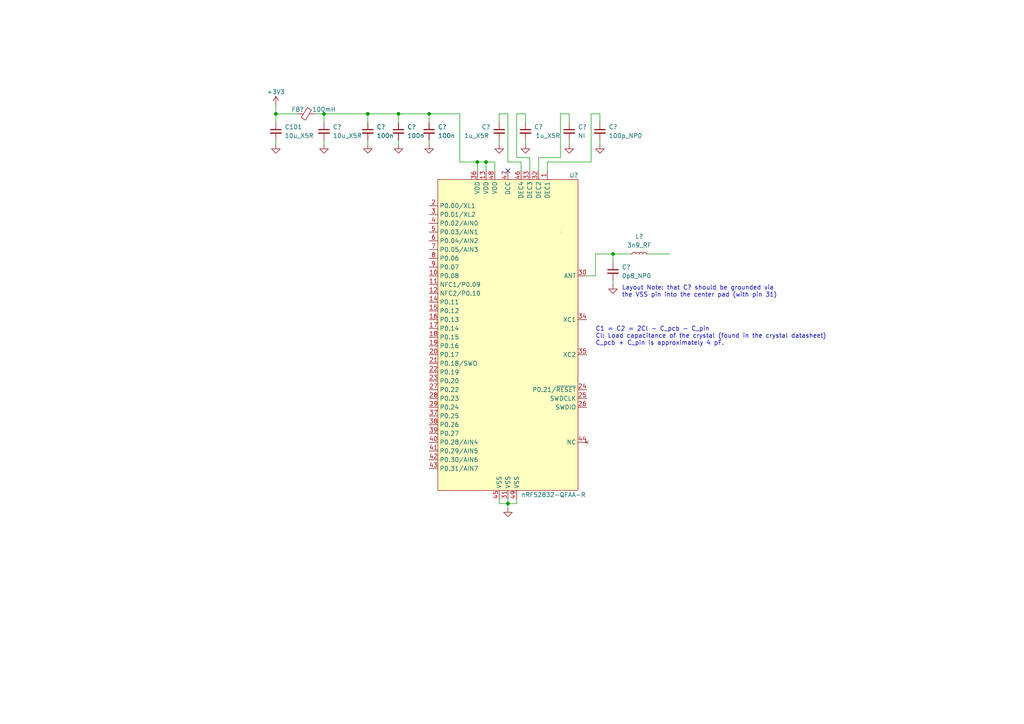
<source format=kicad_sch>
(kicad_sch (version 20211123) (generator eeschema)
  (paper "A4")
  (lib_symbols
    (symbol "Device:C_Small" (pin_numbers hide) (pin_names (offset 0.254) hide)
      (property "Reference" "C" (at 0.254 1.778 0))
      (property "Value" "C_Small" (at 0.254 -2.032 0))
      (symbol "C_Small_0_1"
        (polyline (pts (xy -1.524 -0.508) (xy 1.524 -0.508)) (stroke (width 0.3302)))
        (polyline (pts (xy -1.524 0.508) (xy 1.524 0.508)) (stroke (width 0.3048)))
      )
      (symbol "C_Small_1_1"
        (pin passive line (at 0 2.54 270) (length 2.032) (name "~") (number "1"))
        (pin passive line (at 0 -2.54 90) (length 2.032) (name "~") (number "2"))
      )
    )
    (symbol "Device:FerriteBead_Small" (pin_numbers hide) (pin_names (offset 0))
      (property "Reference" "FB" (at 1.905 1.27 0))
      (property "Value" "FerriteBead_Small" (at 1.905 -1.27 0))
      (symbol "FerriteBead_Small_0_1"
        (polyline (pts (xy 0 -1.27) (xy 0 -0.7874)))
        (polyline (pts (xy 0 0.889) (xy 0 1.2954)))
        (polyline (pts (xy -1.8288 0.2794) (xy -1.1176 1.4986) (xy 1.8288 -0.2032) (xy 1.1176 -1.4224) (xy -1.8288 0.2794)))
      )
      (symbol "FerriteBead_Small_1_1"
        (pin passive line (at 0 2.54 270) (length 1.27) (name "~") (number "1"))
        (pin passive line (at 0 -2.54 90) (length 1.27) (name "~") (number "2"))
      )
    )
    (symbol "Device:L_Small" (pin_numbers hide) (pin_names (offset 0.254) hide)
      (property "Reference" "L" (at 0.762 1.016 0))
      (property "Value" "L_Small" (at 0.762 -1.016 0))
      (symbol "L_Small_0_1"
        (arc (start 0 -2.032) (mid 0.508 -1.524) (end 0 -1.016))
        (arc (start 0 -1.016) (mid 0.508 -0.508) (end 0 0))
        (arc (start 0 0) (mid 0.508 0.508) (end 0 1.016))
        (arc (start 0 1.016) (mid 0.508 1.524) (end 0 2.032))
      )
      (symbol "L_Small_1_1"
        (pin passive line (at 0 2.54 270) (length 0.508) (name "~") (number "1"))
        (pin passive line (at 0 -2.54 90) (length 0.508) (name "~") (number "2"))
      )
    )
    (symbol "MCU_Nordic:nRF52832-QFxx"
      (property "Reference" "U?" (at -0.5206 -46.99 0))
      (property "Value" "nRF52832-QFAA-R" (at -6.35 -48.26 0))
      (symbol "nRF52832-QFxx_0_1"
        (rectangle (start -15.24 30.48) (end -15.24 30.48))
        (rectangle (start 20.32 45.72) (end -20.32 -44.45) (fill (type background)))
      )
      (symbol "nRF52832-QFxx_1_1"
        (pin passive line (at -11.43 48.26 270) (length 2.54) (name "DEC1") (number "1"))
        (pin bidirectional line (at 22.86 17.78 180) (length 2.54) (name "P0.08") (number "10"))
        (pin bidirectional line (at 22.86 15.24 180) (length 2.54) (name "NFC1/P0.09") (number "11"))
        (pin bidirectional line (at 22.86 12.7 180) (length 2.54) (name "NFC2/P0.10") (number "12"))
        (pin passive line (at 6.35 48.26 270) (length 2.54) (name "VDD") (number "13"))
        (pin bidirectional line (at 22.86 10.16 180) (length 2.54) (name "P0.11") (number "14"))
        (pin bidirectional line (at 22.86 7.62 180) (length 2.54) (name "P0.12") (number "15"))
        (pin bidirectional line (at 22.86 5.08 180) (length 2.54) (name "P0.13") (number "16"))
        (pin bidirectional line (at 22.86 2.54 180) (length 2.54) (name "P0.14") (number "17"))
        (pin bidirectional line (at 22.86 0 180) (length 2.54) (name "P0.15") (number "18"))
        (pin bidirectional line (at 22.86 -2.54 180) (length 2.54) (name "P0.16") (number "19"))
        (pin bidirectional line (at 22.86 38.1 180) (length 2.54) (name "P0.00/XL1") (number "2"))
        (pin bidirectional line (at 22.86 -5.08 180) (length 2.54) (name "P0.17") (number "20"))
        (pin bidirectional line (at 22.86 -7.62 180) (length 2.54) (name "P0.18/SWO") (number "21"))
        (pin bidirectional line (at 22.86 -10.16 180) (length 2.54) (name "P0.19") (number "22"))
        (pin bidirectional line (at 22.86 -12.7 180) (length 2.54) (name "P0.20") (number "23"))
        (pin bidirectional line (at -22.86 -15.24 0) (length 2.54) (name "P0.21/~{RESET}") (number "24"))
        (pin input line (at -22.86 -17.78 0) (length 2.54) (name "SWDCLK") (number "25"))
        (pin bidirectional line (at -22.86 -20.32 0) (length 2.54) (name "SWDIO") (number "26"))
        (pin bidirectional line (at 22.86 -15.24 180) (length 2.54) (name "P0.22") (number "27"))
        (pin bidirectional line (at 22.86 -17.78 180) (length 2.54) (name "P0.23") (number "28"))
        (pin bidirectional line (at 22.86 -20.32 180) (length 2.54) (name "P0.24") (number "29"))
        (pin bidirectional line (at 22.86 35.56 180) (length 2.54) (name "P0.01/XL2") (number "3"))
        (pin passive line (at -22.86 17.78 0) (length 2.54) (name "ANT") (number "30"))
        (pin passive line (at 0 -46.99 90) (length 2.54) (name "VSS") (number "31"))
        (pin passive line (at -8.89 48.26 270) (length 2.54) (name "DEC2") (number "32"))
        (pin passive line (at -6.35 48.26 270) (length 2.54) (name "DEC3") (number "33"))
        (pin input line (at -22.86 5.08 0) (length 2.54) (name "XC1") (number "34"))
        (pin input line (at -22.86 -5.08 0) (length 2.54) (name "XC2") (number "35"))
        (pin passive line (at 8.89 48.26 270) (length 2.54) (name "VDD") (number "36"))
        (pin bidirectional line (at 22.86 -22.86 180) (length 2.54) (name "P0.25") (number "37"))
        (pin bidirectional line (at 22.86 -25.4 180) (length 2.54) (name "P0.26") (number "38"))
        (pin bidirectional line (at 22.86 -27.94 180) (length 2.54) (name "P0.27") (number "39"))
        (pin bidirectional line (at 22.86 33.02 180) (length 2.54) (name "P0.02/AIN0") (number "4"))
        (pin bidirectional line (at 22.86 -30.48 180) (length 2.54) (name "P0.28/AIN4") (number "40"))
        (pin bidirectional line (at 22.86 -33.02 180) (length 2.54) (name "P0.29/AIN5") (number "41"))
        (pin bidirectional line (at 22.86 -35.56 180) (length 2.54) (name "P0.30/AIN6") (number "42"))
        (pin bidirectional line (at 22.86 -38.1 180) (length 2.54) (name "P0.31/AIN7") (number "43"))
        (pin no_connect line (at -22.86 -30.48 0) (length 2.54) (name "NC") (number "44"))
        (pin passive line (at 2.54 -46.99 90) (length 2.54) (name "VSS") (number "45"))
        (pin passive line (at -3.81 48.26 270) (length 2.54) (name "DEC4") (number "46"))
        (pin power_out line (at 0 48.26 270) (length 2.54) (name "DCC") (number "47"))
        (pin passive line (at 3.81 48.26 270) (length 2.54) (name "VDD") (number "48"))
        (pin passive line (at -2.54 -46.99 90) (length 2.54) (name "VSS") (number "49"))
        (pin bidirectional line (at 22.86 30.48 180) (length 2.54) (name "P0.03/AIN1") (number "5"))
        (pin bidirectional line (at 22.86 27.94 180) (length 2.54) (name "P0.04/AIN2") (number "6"))
        (pin bidirectional line (at 22.86 25.4 180) (length 2.54) (name "P0.05/AIN3") (number "7"))
        (pin bidirectional line (at 22.86 22.86 180) (length 2.54) (name "P0.06") (number "8"))
        (pin bidirectional line (at 22.86 20.32 180) (length 2.54) (name "P0.07") (number "9"))
      )
    )
    (symbol "power:+3V3" (power) (pin_names (offset 0))
      (property "Value" "+3V3" (at 0 3.556 0))
      (symbol "+3V3_0_1"
        (polyline (pts (xy -0.762 1.27) (xy 0 2.54)))
        (polyline (pts (xy 0 0) (xy 0 2.54)))
        (polyline (pts (xy 0 2.54) (xy 0.762 1.27)))
      )
      (symbol "+3V3_1_1"
        (pin power_in line (at 0 0 90) (length 0) hide (name "+3V3") (number "1"))
      )
    )
    (symbol "power:GND" (power) (pin_names (offset 0))
      (property "Value" "GND" (at 0 -3.81 0))
      (symbol "GND_0_1"
        (polyline (pts (xy 0 0) (xy 0 -1.27) (xy 1.27 -1.27) (xy 0 -2.54) (xy -1.27 -1.27) (xy 0 -1.27)))
      )
      (symbol "GND_1_1"
        (pin power_in line (at 0 0 270) (length 0) hide (name "GND") (number "1"))
      )
    )
  )
  (junction (at 124.46 33.02))
  (junction (at 147.32 146.05))
  (junction (at 177.8 73.66))
  (junction (at 140.97 46.99))
  (junction (at 106.68 33.02))
  (junction (at 80.01 33.02))
  (junction (at 93.98 33.02))
  (junction (at 138.43 46.99))
  (junction (at 115.57 33.02))
  (no_connect (at 147.32 49.53))
  (wire (pts (xy 80.01 33.02) (xy 86.36 33.02)))
  (wire (pts (xy 153.67 49.53) (xy 153.67 45.72)))
  (wire (pts (xy 106.68 40.64) (xy 106.68 41.91)))
  (wire (pts (xy 147.32 146.05) (xy 147.32 147.32)))
  (wire (pts (xy 165.1 40.64) (xy 165.1 41.91)))
  (wire (pts (xy 158.75 46.99) (xy 158.75 49.53)))
  (wire (pts (xy 93.98 33.02) (xy 93.98 35.56)))
  (wire (pts (xy 143.51 49.53) (xy 143.51 46.99)))
  (wire (pts (xy 106.68 33.02) (xy 115.57 33.02)))
  (wire (pts (xy 147.32 46.99) (xy 147.32 33.02)))
  (wire (pts (xy 156.21 45.72) (xy 156.21 49.53)))
  (wire (pts (xy 80.01 30.48) (xy 80.01 33.02)))
  (wire (pts (xy 147.32 146.05) (xy 147.32 144.78)))
  (wire (pts (xy 144.78 146.05) (xy 147.32 146.05)))
  (wire (pts (xy 172.72 73.66) (xy 172.72 80.01)))
  (wire (pts (xy 162.56 33.02) (xy 162.56 45.72)))
  (wire (pts (xy 149.86 33.02) (xy 152.4 33.02)))
  (wire (pts (xy 115.57 40.64) (xy 115.57 41.91)))
  (wire (pts (xy 165.1 35.56) (xy 165.1 33.02)))
  (wire (pts (xy 91.44 33.02) (xy 93.98 33.02)))
  (wire (pts (xy 144.78 33.02) (xy 144.78 35.56)))
  (wire (pts (xy 177.8 81.28) (xy 177.8 82.55)))
  (wire (pts (xy 106.68 33.02) (xy 93.98 33.02)))
  (wire (pts (xy 171.45 33.02) (xy 171.45 46.99)))
  (wire (pts (xy 177.8 76.2) (xy 177.8 73.66)))
  (wire (pts (xy 80.01 40.64) (xy 80.01 41.91)))
  (wire (pts (xy 187.96 73.66) (xy 194.31 73.66)))
  (wire (pts (xy 115.57 33.02) (xy 124.46 33.02)))
  (wire (pts (xy 173.99 35.56) (xy 173.99 33.02)))
  (wire (pts (xy 140.97 46.99) (xy 138.43 46.99)))
  (wire (pts (xy 138.43 46.99) (xy 133.35 46.99)))
  (wire (pts (xy 173.99 40.64) (xy 173.99 41.91)))
  (wire (pts (xy 106.68 35.56) (xy 106.68 33.02)))
  (wire (pts (xy 144.78 144.78) (xy 144.78 146.05)))
  (wire (pts (xy 162.56 45.72) (xy 156.21 45.72)))
  (wire (pts (xy 149.86 144.78) (xy 149.86 146.05)))
  (wire (pts (xy 153.67 45.72) (xy 149.86 45.72)))
  (wire (pts (xy 170.18 80.01) (xy 172.72 80.01)))
  (wire (pts (xy 171.45 46.99) (xy 158.75 46.99)))
  (wire (pts (xy 115.57 35.56) (xy 115.57 33.02)))
  (wire (pts (xy 177.8 73.66) (xy 182.88 73.66)))
  (wire (pts (xy 144.78 40.64) (xy 144.78 41.91)))
  (wire (pts (xy 140.97 49.53) (xy 140.97 46.99)))
  (wire (pts (xy 93.98 40.64) (xy 93.98 41.91)))
  (wire (pts (xy 124.46 35.56) (xy 124.46 33.02)))
  (wire (pts (xy 151.13 46.99) (xy 147.32 46.99)))
  (wire (pts (xy 152.4 33.02) (xy 152.4 35.56)))
  (wire (pts (xy 133.35 33.02) (xy 124.46 33.02)))
  (wire (pts (xy 138.43 46.99) (xy 138.43 49.53)))
  (wire (pts (xy 124.46 40.64) (xy 124.46 41.91)))
  (wire (pts (xy 80.01 33.02) (xy 80.01 35.56)))
  (wire (pts (xy 133.35 46.99) (xy 133.35 33.02)))
  (wire (pts (xy 171.45 33.02) (xy 173.99 33.02)))
  (wire (pts (xy 152.4 40.64) (xy 152.4 41.91)))
  (wire (pts (xy 151.13 49.53) (xy 151.13 46.99)))
  (wire (pts (xy 143.51 46.99) (xy 140.97 46.99)))
  (wire (pts (xy 149.86 146.05) (xy 147.32 146.05)))
  (wire (pts (xy 147.32 33.02) (xy 144.78 33.02)))
  (wire (pts (xy 165.1 33.02) (xy 162.56 33.02)))
  (wire (pts (xy 172.72 73.66) (xy 177.8 73.66)))
  (wire (pts (xy 149.86 45.72) (xy 149.86 33.02)))
  (text "C1 = C2 = 2Cl - C_pcb - C_pin\nCl: Load capacitance of the crystal (found in the crystal datasheet)\nC_pcb + C_pin is approximately 4 pF." (at 172.72 100.33 0) (effects (font (size 1.27 1.27)) (justify left bottom)))
  (text "Layout Note: that C? should be grounded via \nthe VSS pin into the center pad (with pin 31)" (at 180.34 86.36 0) (effects (font (size 1.27 1.27)) (justify left bottom)))
  (symbol (lib_id "Device:C_Small") (at 106.68 38.1 0) (unit 1)
    (property "Reference" "C?" (at 109.22 36.8362 0) (effects (justify left)))
    (property "Value" "100n" (at 109.22 39.3762 0) (effects (justify left)))
  )
  (symbol (lib_id "power:GND") (at 147.32 147.32 0) (unit 1)
    (property "Reference" "#PWR?" (effects hide))
    (property "Value" "GND" (effects hide))
  )
  (symbol (lib_id "Device:C_Small") (at 124.46 38.1 0) (unit 1)
    (property "Reference" "C?" (at 127 36.8362 0) (effects (justify left)))
    (property "Value" "100n" (at 127 39.3762 0) (effects (justify left)))
  )
  (symbol (lib_id "Device:C_Small") (at 152.4 38.1 0) (unit 1)
    (property "Reference" "C?" (at 157.48 36.83 0) (effects (justify right)))
    (property "Value" "1u_X5R" (at 162.56 39.37 0) (effects (justify right)))
  )
  (symbol (lib_id "power:GND") (at 106.68 41.91 0) (unit 1)
    (property "Reference" "#PWR?" (effects hide))
    (property "Value" "GND" (effects hide))
  )
  (symbol (lib_id "power:GND") (at 152.4 41.91 0) (mirror y) (unit 1)
    (property "Reference" "#PWR?" (effects hide))
    (property "Value" "GND" (effects hide))
  )
  (symbol (lib_id "Device:C_Small") (at 80.01 38.1 0) (unit 1)
    (property "Reference" "C101" (at 82.55 36.8362 0) (effects (justify left)))
    (property "Value" "10u_X5R" (at 82.55 39.3762 0) (effects (justify left)))
  )
  (symbol (lib_id "Device:L_Small") (at 185.42 73.66 90) (unit 1)
    (property "Reference" "L?" (at 185.42 68.58 90))
    (property "Value" "3n9_RF" (at 185.42 71.12 90))
  )
  (symbol (lib_id "power:GND") (at 124.46 41.91 0) (unit 1)
    (property "Reference" "#PWR?" (effects hide))
    (property "Value" "GND" (effects hide))
  )
  (symbol (lib_id "Device:C_Small") (at 93.98 38.1 0) (unit 1)
    (property "Reference" "C?" (at 96.52 36.8362 0) (effects (justify left)))
    (property "Value" "10u_X5R" (at 96.52 39.3762 0) (effects (justify left)))
  )
  (symbol (lib_id "power:GND") (at 93.98 41.91 0) (unit 1)
    (property "Reference" "#PWR?" (effects hide))
    (property "Value" "GND" (effects hide))
  )
  (symbol (lib_id "Device:C_Small") (at 173.99 38.1 0) (unit 1)
    (property "Reference" "C?" (at 176.53 36.8362 0) (effects (justify left)))
    (property "Value" "100p_NP0" (at 176.53 39.3762 0) (effects (justify left)))
  )
  (symbol (lib_id "power:GND") (at 80.01 41.91 0) (unit 1)
    (property "Reference" "#PWR?" (effects hide))
    (property "Value" "GND" (effects hide))
  )
  (symbol (lib_id "Device:C_Small") (at 144.78 38.1 0) (mirror y) (unit 1)
    (property "Reference" "C?" (at 139.7 36.83 0) (effects (justify right)))
    (property "Value" "1u_X5R" (at 134.62 39.37 0) (effects (justify right)))
  )
  (symbol (lib_id "power:+3V3") (at 80.01 30.48 0) (unit 1)
    (property "Reference" "#PWR?" (effects hide))
    (property "Value" "+3V3" (at 80.01 26.67 0))
  )
  (symbol (lib_id "Device:FerriteBead_Small") (at 88.9 33.02 90) (unit 1)
    (property "Reference" "FB?" (at 86.36 31.75 90))
    (property "Value" "100mH" (at 93.98 31.75 90))
  )
  (symbol (lib_id "MCU_Nordic:nRF52832-QFxx") (at 147.32 97.79 0) (mirror y) (unit 1)
    (property "Reference" "U?" (at 165.1 50.8 0) (effects (justify right)))
    (property "Value" "nRF52832-QFAA-R" (at 151.13 143.51 0) (effects (justify right)))
    (property "Footprint" "Package_DFN_QFN:QFN-48-1EP_6x6mm_P0.4mm_EP4.6x4.6mm" (effects hide))
    (property "Datasheet" "http://infocenter.nordicsemi.com/pdf/nRF52832_PS_v1.4.pdf" (effects hide))
  )
  (symbol (lib_id "power:GND") (at 115.57 41.91 0) (unit 1)
    (property "Reference" "#PWR?" (effects hide))
    (property "Value" "GND" (effects hide))
  )
  (symbol (lib_id "Device:C_Small") (at 165.1 38.1 0) (unit 1)
    (property "Reference" "C?" (at 167.64 36.8362 0) (effects (justify left)))
    (property "Value" "NI" (at 167.64 39.3762 0) (effects (justify left)))
  )
  (symbol (lib_id "power:GND") (at 173.99 41.91 0) (unit 1)
    (property "Reference" "#PWR?" (effects hide))
    (property "Value" "GND" (effects hide))
  )
  (symbol (lib_id "power:GND") (at 144.78 41.91 0) (unit 1)
    (property "Reference" "#PWR?" (effects hide))
    (property "Value" "GND" (effects hide))
  )
  (symbol (lib_id "power:GND") (at 165.1 41.91 0) (unit 1)
    (property "Reference" "#PWR?" (effects hide))
    (property "Value" "GND" (effects hide))
  )
  (symbol (lib_id "Device:C_Small") (at 177.8 78.74 0) (unit 1)
    (property "Reference" "C?" (at 180.34 77.4762 0) (effects (justify left)))
    (property "Value" "0p8_NP0" (at 180.34 80.0162 0) (effects (justify left)))
  )
  (symbol (lib_id "power:GND") (at 177.8 82.55 0) (unit 1)
    (property "Reference" "#PWR?" (effects hide))
    (property "Value" "GND" (effects hide))
  )
  (symbol (lib_id "Device:C_Small") (at 115.57 38.1 0) (unit 1)
    (property "Reference" "C?" (at 118.11 36.8362 0) (effects (justify left)))
    (property "Value" "100n" (at 118.11 39.3762 0) (effects (justify left)))
  )
)
</source>
